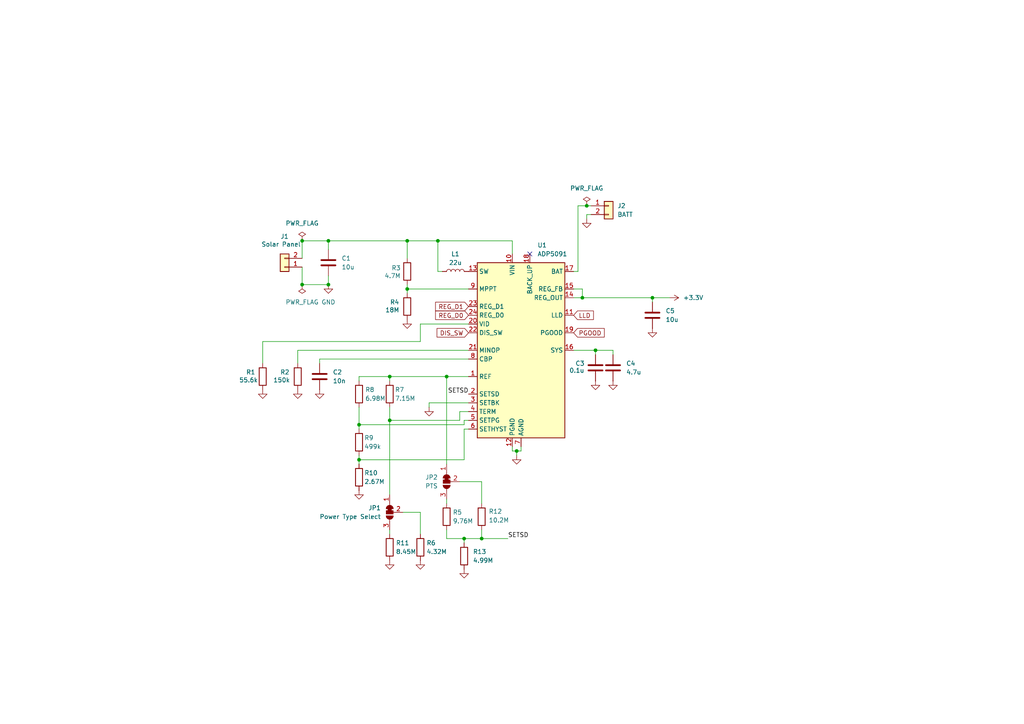
<source format=kicad_sch>
(kicad_sch (version 20231120) (generator "eeschema") (generator_version "8.0")
  (paper "A4")
  (lib_symbols
    (symbol "Battery_Management:ADP5091"
      (property "Reference" "U" (at -10.16 26.67 0))
      (property "Value" "ADP5091" (at 7.62 26.67 0))
      (symbol "ADP5091_0_1"
        (rectangle (start 12.7 25.4) (end -12.7 -25.4) (stroke (width 0.254)) (fill (type background)))
      )
      (symbol "ADP5091_1_1"
        (pin passive line (at -15.24 -7.62 0) (length 2.54) (name "REF") (number "1"))
        (pin power_in line (at -2.54 27.94 270) (length 2.54) (name "VIN") (number "10"))
        (pin output line (at 15.24 10.16 180) (length 2.54) (name "LLD") (number "11"))
        (pin power_in line (at -2.54 -27.94 90) (length 2.54) (name "PGND") (number "12"))
        (pin power_in line (at -15.24 22.86 0) (length 2.54) (name "SW") (number "13"))
        (pin power_out line (at 15.24 15.24 180) (length 2.54) (name "REG_OUT") (number "14"))
        (pin power_out line (at 15.24 17.78 180) (length 2.54) (name "REG_FB") (number "15"))
        (pin power_out line (at 15.24 0 180) (length 2.54) (name "SYS") (number "16"))
        (pin power_out line (at 15.24 22.86 180) (length 2.54) (name "BAT") (number "17"))
        (pin power_in line (at 2.54 27.94 270) (length 2.54) (name "BACK_UP") (number "18"))
        (pin output line (at 15.24 5.08 180) (length 2.54) (name "PGOOD") (number "19"))
        (pin passive line (at -15.24 -12.7 0) (length 2.54) (name "SETSD") (number "2"))
        (pin input line (at -15.24 7.62 0) (length 2.54) (name "VID") (number "20"))
        (pin passive line (at -15.24 0 0) (length 2.54) (name "MINOP") (number "21"))
        (pin input line (at -15.24 5.08 0) (length 2.54) (name "DIS_SW") (number "22"))
        (pin input line (at -15.24 12.7 0) (length 2.54) (name "REG_D1") (number "23"))
        (pin input line (at -15.24 10.16 0) (length 2.54) (name "REG_D0") (number "24"))
        (pin passive line (at 0 -27.94 90) (length 2.54) hide (name "AGND") (number "25"))
        (pin passive line (at -15.24 -15.24 0) (length 2.54) (name "SETBK") (number "3"))
        (pin passive line (at -15.24 -17.78 0) (length 2.54) (name "TERM") (number "4"))
        (pin passive line (at -15.24 -20.32 0) (length 2.54) (name "SETPG") (number "5"))
        (pin passive line (at -15.24 -22.86 0) (length 2.54) (name "SETHYST") (number "6"))
        (pin power_in line (at 0 -27.94 90) (length 2.54) (name "AGND") (number "7"))
        (pin passive line (at -15.24 -2.54 0) (length 2.54) (name "CBP") (number "8"))
        (pin input line (at -15.24 17.78 0) (length 2.54) (name "MPPT") (number "9"))
      )
    )
    (symbol "Connector_Generic:Conn_01x02" (pin_names (offset 1.016) hide)
      (property "Reference" "J" (at 0 2.54 0))
      (property "Value" "Conn_01x02" (at 0 -5.08 0))
      (symbol "Conn_01x02_1_1"
        (rectangle (start -1.27 -2.413) (end 0 -2.667) (stroke (width 0.1524)))
        (rectangle (start -1.27 0.127) (end 0 -0.127) (stroke (width 0.1524)))
        (rectangle (start -1.27 1.27) (end 1.27 -3.81) (stroke (width 0.254)) (fill (type background)))
        (pin passive line (at -5.08 0 0) (length 3.81) (name "Pin_1") (number "1"))
        (pin passive line (at -5.08 -2.54 0) (length 3.81) (name "Pin_2") (number "2"))
      )
    )
    (symbol "Device:C" (pin_numbers hide) (pin_names (offset 0.254))
      (property "Reference" "C" (at 0.635 2.54 0))
      (property "Value" "C" (at 0.635 -2.54 0))
      (symbol "C_0_1"
        (polyline (pts (xy -2.032 -0.762) (xy 2.032 -0.762)) (stroke (width 0.508)))
        (polyline (pts (xy -2.032 0.762) (xy 2.032 0.762)) (stroke (width 0.508)))
      )
      (symbol "C_1_1"
        (pin passive line (at 0 3.81 270) (length 2.794) (name "~") (number "1"))
        (pin passive line (at 0 -3.81 90) (length 2.794) (name "~") (number "2"))
      )
    )
    (symbol "Device:L" (pin_numbers hide) (pin_names (offset 1.016) hide)
      (property "Reference" "L" (at -1.27 0 90))
      (property "Value" "L" (at 1.905 0 90))
      (symbol "L_0_1"
        (arc (start 0 -2.54) (mid 0.6323 -1.905) (end 0 -1.27))
        (arc (start 0 -1.27) (mid 0.6323 -0.635) (end 0 0))
        (arc (start 0 0) (mid 0.6323 0.635) (end 0 1.27))
        (arc (start 0 1.27) (mid 0.6323 1.905) (end 0 2.54))
      )
      (symbol "L_1_1"
        (pin passive line (at 0 3.81 270) (length 1.27) (name "1") (number "1"))
        (pin passive line (at 0 -3.81 90) (length 1.27) (name "2") (number "2"))
      )
    )
    (symbol "Device:R" (pin_numbers hide) (pin_names (offset 0))
      (property "Reference" "R" (at 2.032 0 90))
      (property "Value" "R" (at 0 0 90))
      (symbol "R_0_1"
        (rectangle (start -1.016 -2.54) (end 1.016 2.54) (stroke (width 0.254)))
      )
      (symbol "R_1_1"
        (pin passive line (at 0 3.81 270) (length 1.27) (name "~") (number "1"))
        (pin passive line (at 0 -3.81 90) (length 1.27) (name "~") (number "2"))
      )
    )
    (symbol "Jumper:SolderJumper_3_Bridged12" (pin_names (offset 0) hide) (exclude_from_sim yes) (in_bom no)
      (property "Reference" "JP" (at -2.54 -2.54 0))
      (property "Value" "SolderJumper_3_Bridged12" (at 0 2.794 0))
      (symbol "SolderJumper_3_Bridged12_0_1"
        (rectangle (start -1.016 0.508) (end -0.508 -0.508) (fill (type outline)))
        (arc (start -1.016 1.016) (mid -2.0276 0) (end -1.016 -1.016))
        (arc (start -1.016 1.016) (mid -2.0276 0) (end -1.016 -1.016) (fill (type outline)))
        (rectangle (start -0.508 1.016) (end 0.508 -1.016) (fill (type outline)))
        (polyline (pts (xy -2.54 0) (xy -2.032 0)))
        (polyline (pts (xy -1.016 1.016) (xy -1.016 -1.016)))
        (polyline (pts (xy 0 -1.27) (xy 0 -1.016)))
        (polyline (pts (xy 1.016 1.016) (xy 1.016 -1.016)))
        (polyline (pts (xy 2.54 0) (xy 2.032 0)))
        (arc (start 1.016 -1.016) (mid 2.0276 0) (end 1.016 1.016))
        (arc (start 1.016 -1.016) (mid 2.0276 0) (end 1.016 1.016) (fill (type outline)))
      )
      (symbol "SolderJumper_3_Bridged12_1_1"
        (pin passive line (at -5.08 0 0) (length 2.54) (name "A") (number "1"))
        (pin passive line (at 0 -3.81 90) (length 2.54) (name "C") (number "2"))
        (pin passive line (at 5.08 0 180) (length 2.54) (name "B") (number "3"))
      )
    )
    (symbol "power:+3.3V" (power) (pin_numbers hide) (pin_names (offset 0) hide)
      (property "Value" "+3.3V" (at 0 3.556 0))
      (symbol "+3.3V_0_1"
        (polyline (pts (xy -0.762 1.27) (xy 0 2.54)))
        (polyline (pts (xy 0 0) (xy 0 2.54)))
        (polyline (pts (xy 0 2.54) (xy 0.762 1.27)))
      )
      (symbol "+3.3V_1_1"
        (pin power_in line (at 0 0 90) (length 0) (name "~") (number "1"))
      )
    )
    (symbol "power:GND" (power) (pin_numbers hide) (pin_names (offset 0) hide)
      (property "Value" "GND" (at 0 -3.81 0))
      (symbol "GND_0_1"
        (polyline (pts (xy 0 0) (xy 0 -1.27) (xy 1.27 -1.27) (xy 0 -2.54) (xy -1.27 -1.27) (xy 0 -1.27)))
      )
      (symbol "GND_1_1"
        (pin power_in line (at 0 0 270) (length 0) (name "~") (number "1"))
      )
    )
    (symbol "power:PWR_FLAG" (power) (pin_numbers hide) (pin_names (offset 0) hide)
      (property "Value" "PWR_FLAG" (at 0 3.81 0))
      (symbol "PWR_FLAG_0_0"
        (pin power_out line (at 0 0 90) (length 0) (name "~") (number "1"))
      )
      (symbol "PWR_FLAG_0_1"
        (polyline (pts (xy 0 0) (xy 0 1.27) (xy -1.016 1.905) (xy 0 2.54) (xy 1.016 1.905) (xy 0 1.27)))
      )
    )
  )
  (junction (at 134.62 156.21))
  (junction (at 172.72 101.6))
  (junction (at 113.03 121.92))
  (junction (at 168.91 86.36))
  (junction (at 118.11 69.85))
  (junction (at 104.14 123.19))
  (junction (at 118.11 83.82))
  (junction (at 129.54 109.22))
  (junction (at 104.14 133.35))
  (junction (at 95.25 69.85))
  (junction (at 87.63 82.55))
  (junction (at 87.63 69.85))
  (junction (at 170.18 59.69))
  (junction (at 149.86 130.81))
  (junction (at 139.7 156.21))
  (junction (at 95.25 82.55))
  (junction (at 189.23 86.36))
  (junction (at 127 69.85))
  (junction (at 113.03 109.22))
  (no_connect (at 153.67 73.66))
  (wire (pts (xy 121.92 93.98) (xy 121.92 99.06)))
  (wire (pts (xy 118.11 69.85) (xy 118.11 74.93)))
  (wire (pts (xy 133.35 139.7) (xy 139.7 139.7)))
  (wire (pts (xy 148.59 73.66) (xy 148.59 69.85)))
  (wire (pts (xy 177.8 101.6) (xy 177.8 102.87)))
  (wire (pts (xy 121.92 148.59) (xy 121.92 154.94)))
  (wire (pts (xy 127 69.85) (xy 148.59 69.85)))
  (wire (pts (xy 134.62 124.46) (xy 135.89 124.46)))
  (wire (pts (xy 139.7 156.21) (xy 139.7 153.67)))
  (wire (pts (xy 129.54 109.22) (xy 135.89 109.22)))
  (wire (pts (xy 134.62 156.21) (xy 139.7 156.21)))
  (wire (pts (xy 167.64 78.74) (xy 166.37 78.74)))
  (wire (pts (xy 113.03 109.22) (xy 113.03 110.49)))
  (wire (pts (xy 104.14 118.11) (xy 104.14 123.19)))
  (wire (pts (xy 92.71 104.14) (xy 92.71 105.41)))
  (wire (pts (xy 135.89 93.98) (xy 121.92 93.98)))
  (wire (pts (xy 76.2 99.06) (xy 76.2 105.41)))
  (wire (pts (xy 129.54 109.22) (xy 129.54 134.62)))
  (wire (pts (xy 172.72 101.6) (xy 172.72 102.87)))
  (wire (pts (xy 149.86 130.81) (xy 149.86 132.08)))
  (wire (pts (xy 118.11 69.85) (xy 127 69.85)))
  (wire (pts (xy 139.7 139.7) (xy 139.7 146.05)))
  (wire (pts (xy 76.2 99.06) (xy 121.92 99.06)))
  (wire (pts (xy 87.63 77.47) (xy 87.63 82.55)))
  (wire (pts (xy 168.91 83.82) (xy 168.91 86.36)))
  (wire (pts (xy 148.59 129.54) (xy 148.59 130.81)))
  (wire (pts (xy 124.46 116.84) (xy 135.89 116.84)))
  (wire (pts (xy 95.25 69.85) (xy 95.25 72.39)))
  (wire (pts (xy 134.62 123.19) (xy 104.14 123.19)))
  (wire (pts (xy 149.86 130.81) (xy 151.13 130.81)))
  (wire (pts (xy 86.36 101.6) (xy 135.89 101.6)))
  (wire (pts (xy 116.84 148.59) (xy 121.92 148.59)))
  (wire (pts (xy 128.27 78.74) (xy 127 78.74)))
  (wire (pts (xy 134.62 156.21) (xy 134.62 157.48)))
  (wire (pts (xy 189.23 86.36) (xy 194.31 86.36)))
  (wire (pts (xy 118.11 83.82) (xy 135.89 83.82)))
  (wire (pts (xy 133.35 119.38) (xy 133.35 121.92)))
  (wire (pts (xy 135.89 121.92) (xy 134.62 121.92)))
  (wire (pts (xy 118.11 83.82) (xy 118.11 85.09)))
  (wire (pts (xy 151.13 129.54) (xy 151.13 130.81)))
  (wire (pts (xy 104.14 133.35) (xy 104.14 132.08)))
  (wire (pts (xy 113.03 153.67) (xy 113.03 154.94)))
  (wire (pts (xy 167.64 59.69) (xy 170.18 59.69)))
  (wire (pts (xy 134.62 121.92) (xy 134.62 123.19)))
  (wire (pts (xy 113.03 109.22) (xy 129.54 109.22)))
  (wire (pts (xy 104.14 109.22) (xy 104.14 110.49)))
  (wire (pts (xy 104.14 123.19) (xy 104.14 124.46)))
  (wire (pts (xy 129.54 156.21) (xy 129.54 153.67)))
  (wire (pts (xy 166.37 83.82) (xy 168.91 83.82)))
  (wire (pts (xy 166.37 101.6) (xy 172.72 101.6)))
  (wire (pts (xy 167.64 59.69) (xy 167.64 78.74)))
  (wire (pts (xy 139.7 156.21) (xy 147.32 156.21)))
  (wire (pts (xy 170.18 62.23) (xy 170.18 63.5)))
  (wire (pts (xy 95.25 69.85) (xy 118.11 69.85)))
  (wire (pts (xy 113.03 118.11) (xy 113.03 121.92)))
  (wire (pts (xy 124.46 118.11) (xy 124.46 116.84)))
  (wire (pts (xy 129.54 156.21) (xy 134.62 156.21)))
  (wire (pts (xy 170.18 59.69) (xy 171.45 59.69)))
  (wire (pts (xy 92.71 104.14) (xy 135.89 104.14)))
  (wire (pts (xy 104.14 133.35) (xy 134.62 133.35)))
  (wire (pts (xy 86.36 105.41) (xy 86.36 101.6)))
  (wire (pts (xy 87.63 69.85) (xy 95.25 69.85)))
  (wire (pts (xy 166.37 86.36) (xy 168.91 86.36)))
  (wire (pts (xy 133.35 121.92) (xy 113.03 121.92)))
  (wire (pts (xy 113.03 121.92) (xy 113.03 143.51)))
  (wire (pts (xy 148.59 130.81) (xy 149.86 130.81)))
  (wire (pts (xy 135.89 119.38) (xy 133.35 119.38)))
  (wire (pts (xy 95.25 80.01) (xy 95.25 82.55)))
  (wire (pts (xy 118.11 83.82) (xy 118.11 82.55)))
  (wire (pts (xy 168.91 86.36) (xy 189.23 86.36)))
  (wire (pts (xy 87.63 74.93) (xy 87.63 69.85)))
  (wire (pts (xy 189.23 86.36) (xy 189.23 87.63)))
  (wire (pts (xy 171.45 62.23) (xy 170.18 62.23)))
  (wire (pts (xy 134.62 133.35) (xy 134.62 124.46)))
  (wire (pts (xy 87.63 82.55) (xy 95.25 82.55)))
  (wire (pts (xy 113.03 109.22) (xy 104.14 109.22)))
  (wire (pts (xy 104.14 133.35) (xy 104.14 134.62)))
  (wire (pts (xy 129.54 144.78) (xy 129.54 146.05)))
  (wire (pts (xy 172.72 101.6) (xy 177.8 101.6)))
  (wire (pts (xy 127 78.74) (xy 127 69.85)))
  (label "SETSD" (at 147.32 156.21 0))
  (label "SETSD" (at 135.89 114.3 180))
  (global_label "LLD" (shape input) (at 166.37 91.44 0) (property "Intersheetrefs" "${INTERSHEET_REFS}" (effects (hide yes))))
  (global_label "REG_D0" (shape input) (at 135.89 91.44 180) (property "Intersheetrefs" "${INTERSHEET_REFS}" (effects (hide yes))))
  (global_label "DIS_SW" (shape input) (at 135.89 96.52 180) (property "Intersheetrefs" "${INTERSHEET_REFS}" (effects (hide yes))))
  (global_label "PGOOD" (shape input) (at 166.37 96.52 0) (property "Intersheetrefs" "${INTERSHEET_REFS}" (effects (hide yes))))
  (global_label "REG_D1" (shape input) (at 135.89 88.9 180) (property "Intersheetrefs" "${INTERSHEET_REFS}" (effects (hide yes))))
  (symbol (lib_id "power:GND") (at 92.71 113.03 0) (unit 1)
    (property "Reference" "#PWR04" (effects (hide yes)))
    (property "Value" "GND" (effects (hide yes)))
    (property "Description" "Power symbol creates a global label with name \"GND\" , ground" (effects (hide yes)))
  )
  (symbol (lib_id "power:GND") (at 170.18 63.5 0) (unit 1)
    (property "Reference" "#PWR07" (effects (hide yes)))
    (property "Value" "GND" (effects (hide yes)))
    (property "Description" "Power symbol creates a global label with name \"GND\" , ground" (effects (hide yes)))
  )
  (symbol (lib_id "power:GND") (at 189.23 95.25 0) (unit 1)
    (property "Reference" "#PWR010" (effects (hide yes)))
    (property "Value" "GND" (effects (hide yes)))
    (property "Description" "Power symbol creates a global label with name \"GND\" , ground" (effects (hide yes)))
  )
  (symbol (lib_id "Device:C") (at 172.72 106.68 0) (unit 1)
    (property "Reference" "C3" (at 166.878 105.41 0) (effects (justify left)))
    (property "Value" "0.1u" (at 165.1 107.442 0) (effects (justify left)))
    (property "Description" "Unpolarized capacitor" (effects (hide yes)))
  )
  (symbol (lib_id "power:GND") (at 104.14 142.24 0) (unit 1)
    (property "Reference" "#PWR012" (effects (hide yes)))
    (property "Value" "GND" (effects (hide yes)))
    (property "Description" "Power symbol creates a global label with name \"GND\" , ground" (effects (hide yes)))
  )
  (symbol (lib_id "Jumper:SolderJumper_3_Bridged12") (at 129.54 139.7 90) (mirror x) (unit 1) (exclude_from_sim yes) (in_bom no)
    (property "Reference" "JP2" (at 127 138.4299 90) (effects (justify left)))
    (property "Value" "PTS" (at 127 140.9699 90) (effects (justify left)))
    (property "Description" "3-pole Solder Jumper, pins 1+2 closed/bridged" (effects (hide yes)))
  )
  (symbol (lib_id "Jumper:SolderJumper_3_Bridged12") (at 113.03 148.59 90) (mirror x) (unit 1) (exclude_from_sim yes) (in_bom no)
    (property "Reference" "JP1" (at 110.49 147.3199 90) (effects (justify left)))
    (property "Value" "Power Type Select" (at 110.49 149.8599 90) (effects (justify left)))
    (property "Description" "3-pole Solder Jumper, pins 1+2 closed/bridged" (effects (hide yes)))
  )
  (symbol (lib_id "power:GND") (at 172.72 110.49 0) (unit 1)
    (property "Reference" "#PWR08" (effects (hide yes)))
    (property "Value" "GND" (effects (hide yes)))
    (property "Description" "Power symbol creates a global label with name \"GND\" , ground" (effects (hide yes)))
  )
  (symbol (lib_id "Device:R") (at 86.36 109.22 180) (unit 1)
    (property "Reference" "R2" (at 81.28 107.95 0) (effects (justify right)))
    (property "Value" "150k" (at 79.248 110.236 0) (effects (justify right)))
    (property "Description" "Resistor" (effects (hide yes)))
  )
  (symbol (lib_id "power:GND") (at 134.62 165.1 0) (unit 1)
    (property "Reference" "#PWR015" (effects (hide yes)))
    (property "Value" "GND" (effects (hide yes)))
    (property "Description" "Power symbol creates a global label with name \"GND\" , ground" (effects (hide yes)))
  )
  (symbol (lib_id "power:PWR_FLAG") (at 87.63 82.55 180) (unit 1)
    (property "Reference" "#FLG02" (effects (hide yes)))
    (property "Value" "PWR_FLAG" (at 87.63 87.63 0))
    (property "Description" "Special symbol for telling ERC where power comes from" (effects (hide yes)))
  )
  (symbol (lib_id "Battery_Management:ADP5091") (at 151.13 101.6 0) (unit 1)
    (property "Reference" "U1" (at 155.8641 71.12 0) (effects (justify left)))
    (property "Value" "ADP5091" (at 155.8641 73.66 0) (effects (justify left)))
    (property "Footprint" "Package_CSP:LFCSP-24-1EP_4x4mm_P0.5mm_EP2.3x2.3mm" (effects (hide yes)))
    (property "Datasheet" "https://www.analog.com/media/en/technical-documentation/data-sheets/ADP5091-5092.pdf" (effects (hide yes)))
    (property "Description" "Ultralow Power Energy Harvester PMUs with MPPT and Charge Management, LFCSP-24" (effects (hide yes)))
  )
  (symbol (lib_id "Device:R") (at 118.11 88.9 180) (unit 1)
    (property "Reference" "R4" (at 115.824 87.63 0) (effects (justify left)))
    (property "Value" "18M" (at 115.824 89.916 0) (effects (justify left)))
    (property "Description" "Resistor" (effects (hide yes)))
  )
  (symbol (lib_id "power:GND") (at 177.8 110.49 0) (unit 1)
    (property "Reference" "#PWR09" (effects (hide yes)))
    (property "Value" "GND" (effects (hide yes)))
    (property "Description" "Power symbol creates a global label with name \"GND\" , ground" (effects (hide yes)))
  )
  (symbol (lib_id "power:GND") (at 118.11 92.71 0) (unit 1)
    (property "Reference" "#PWR05" (effects (hide yes)))
    (property "Value" "GND" (effects (hide yes)))
    (property "Description" "Power symbol creates a global label with name \"GND\" , ground" (effects (hide yes)))
  )
  (symbol (lib_id "power:GND") (at 86.36 113.03 0) (unit 1)
    (property "Reference" "#PWR03" (effects (hide yes)))
    (property "Value" "GND" (effects (hide yes)))
    (property "Description" "Power symbol creates a global label with name \"GND\" , ground" (effects (hide yes)))
  )
  (symbol (lib_id "Connector_Generic:Conn_01x02") (at 82.55 77.47 180) (unit 1)
    (property "Reference" "J1" (at 82.55 68.58 0))
    (property "Value" "Solar Panel" (at 81.534 70.866 0))
    (property "Description" "Generic connector, single row, 01x02, script generated (kicad-library-utils/schlib/autogen/connector/)" (effects (hide yes)))
  )
  (symbol (lib_id "Device:R") (at 139.7 149.86 0) (unit 1)
    (property "Reference" "R12" (at 141.732 148.336 0) (effects (justify left)))
    (property "Value" "10.2M" (at 141.732 150.876 0) (effects (justify left)))
    (property "Description" "Resistor" (effects (hide yes)))
  )
  (symbol (lib_id "Device:C") (at 95.25 76.2 0) (unit 1)
    (property "Reference" "C1" (at 99.06 74.9299 0) (effects (justify left)))
    (property "Value" "10u" (at 99.06 77.4699 0) (effects (justify left)))
    (property "Description" "Unpolarized capacitor" (effects (hide yes)))
  )
  (symbol (lib_id "Device:C") (at 177.8 106.68 0) (unit 1)
    (property "Reference" "C4" (at 181.61 105.4099 0) (effects (justify left)))
    (property "Value" "4.7u" (at 181.61 107.9499 0) (effects (justify left)))
    (property "Description" "Unpolarized capacitor" (effects (hide yes)))
  )
  (symbol (lib_id "Device:L") (at 132.08 78.74 90) (unit 1)
    (property "Reference" "L1" (at 132.08 73.66 90))
    (property "Value" "22u" (at 132.08 76.2 90))
    (property "Description" "Inductor" (effects (hide yes)))
  )
  (symbol (lib_id "power:GND") (at 95.25 82.55 0) (unit 1)
    (property "Reference" "#PWR02" (effects (hide yes)))
    (property "Value" "GND" (at 95.25 87.63 0))
    (property "Description" "Power symbol creates a global label with name \"GND\" , ground" (effects (hide yes)))
  )
  (symbol (lib_id "Device:R") (at 118.11 78.74 0) (unit 1)
    (property "Reference" "R3" (at 113.538 77.724 0) (effects (justify left)))
    (property "Value" "4.7M" (at 111.506 80.01 0) (effects (justify left)))
    (property "Description" "Resistor" (effects (hide yes)))
  )
  (symbol (lib_id "power:GND") (at 124.46 118.11 0) (unit 1)
    (property "Reference" "#PWR014" (effects (hide yes)))
    (property "Value" "GND" (effects (hide yes)))
    (property "Description" "Power symbol creates a global label with name \"GND\" , ground" (effects (hide yes)))
  )
  (symbol (lib_id "Device:R") (at 104.14 114.3 0) (unit 1)
    (property "Reference" "R8" (at 105.918 113.03 0) (effects (justify left)))
    (property "Value" "6.98M" (at 105.918 115.57 0) (effects (justify left)))
    (property "Description" "Resistor" (effects (hide yes)))
  )
  (symbol (lib_id "power:GND") (at 76.2 113.03 0) (unit 1)
    (property "Reference" "#PWR01" (effects (hide yes)))
    (property "Value" "GND" (effects (hide yes)))
    (property "Description" "Power symbol creates a global label with name \"GND\" , ground" (effects (hide yes)))
  )
  (symbol (lib_id "Device:R") (at 134.62 161.29 0) (unit 1)
    (property "Reference" "R13" (at 137.16 160.0199 0) (effects (justify left)))
    (property "Value" "4.99M" (at 137.16 162.5599 0) (effects (justify left)))
    (property "Description" "Resistor" (effects (hide yes)))
  )
  (symbol (lib_id "power:GND") (at 113.03 162.56 0) (unit 1)
    (property "Reference" "#PWR013" (effects (hide yes)))
    (property "Value" "GND" (effects (hide yes)))
    (property "Description" "Power symbol creates a global label with name \"GND\" , ground" (effects (hide yes)))
  )
  (symbol (lib_id "Connector_Generic:Conn_01x02") (at 176.53 59.69 0) (unit 1)
    (property "Reference" "J2" (at 179.07 59.6899 0) (effects (justify left)))
    (property "Value" "BATT" (at 179.07 62.2299 0) (effects (justify left)))
    (property "Description" "Generic connector, single row, 01x02, script generated (kicad-library-utils/schlib/autogen/connector/)" (effects (hide yes)))
  )
  (symbol (lib_id "power:GND") (at 121.92 162.56 0) (unit 1)
    (property "Reference" "#PWR016" (effects (hide yes)))
    (property "Value" "GND" (effects (hide yes)))
    (property "Description" "Power symbol creates a global label with name \"GND\" , ground" (effects (hide yes)))
  )
  (symbol (lib_id "Device:R") (at 104.14 138.43 0) (unit 1)
    (property "Reference" "R10" (at 105.664 137.16 0) (effects (justify left)))
    (property "Value" "2.67M" (at 105.664 139.7 0) (effects (justify left)))
    (property "Description" "Resistor" (effects (hide yes)))
  )
  (symbol (lib_id "power:PWR_FLAG") (at 87.63 69.85 0) (unit 1)
    (property "Reference" "#FLG01" (effects (hide yes)))
    (property "Value" "PWR_FLAG" (at 87.63 64.77 0))
    (property "Description" "Special symbol for telling ERC where power comes from" (effects (hide yes)))
  )
  (symbol (lib_id "power:PWR_FLAG") (at 170.18 59.69 0) (unit 1)
    (property "Reference" "#FLG03" (effects (hide yes)))
    (property "Value" "PWR_FLAG" (at 170.18 54.61 0))
    (property "Description" "Special symbol for telling ERC where power comes from" (effects (hide yes)))
  )
  (symbol (lib_id "Device:R") (at 113.03 114.3 0) (unit 1)
    (property "Reference" "R7" (at 114.554 113.03 0) (effects (justify left)))
    (property "Value" "7.15M" (at 114.554 115.57 0) (effects (justify left)))
    (property "Description" "Resistor" (effects (hide yes)))
  )
  (symbol (lib_id "Device:C") (at 189.23 91.44 0) (unit 1)
    (property "Reference" "C5" (at 193.04 90.1699 0) (effects (justify left)))
    (property "Value" "10u" (at 193.04 92.7099 0) (effects (justify left)))
    (property "Description" "Unpolarized capacitor" (effects (hide yes)))
  )
  (symbol (lib_id "Device:R") (at 113.03 158.75 0) (unit 1)
    (property "Reference" "R11" (at 114.808 157.48 0) (effects (justify left)))
    (property "Value" "8.45M" (at 114.808 160.02 0) (effects (justify left)))
    (property "Description" "Resistor" (effects (hide yes)))
  )
  (symbol (lib_id "power:+3.3V") (at 194.31 86.36 270) (unit 1)
    (property "Reference" "#PWR011" (effects (hide yes)))
    (property "Value" "+3.3V" (at 198.12 86.3599 90) (effects (justify left)))
    (property "Description" "Power symbol creates a global label with name \"+3.3V\"" (effects (hide yes)))
  )
  (symbol (lib_id "Device:R") (at 76.2 109.22 0) (unit 1)
    (property "Reference" "R1" (at 71.374 107.95 0) (effects (justify left)))
    (property "Value" "55.6k" (at 69.342 110.236 0) (effects (justify left)))
    (property "Description" "Resistor" (effects (hide yes)))
  )
  (symbol (lib_id "Device:R") (at 129.54 149.86 0) (unit 1)
    (property "Reference" "R5" (at 131.318 148.59 0) (effects (justify left)))
    (property "Value" "9.76M" (at 131.318 151.13 0) (effects (justify left)))
    (property "Description" "Resistor" (effects (hide yes)))
  )
  (symbol (lib_id "Device:R") (at 121.92 158.75 0) (unit 1)
    (property "Reference" "R6" (at 123.698 157.48 0) (effects (justify left)))
    (property "Value" "4.32M" (at 123.698 160.02 0) (effects (justify left)))
    (property "Description" "Resistor" (effects (hide yes)))
  )
  (symbol (lib_id "Device:C") (at 92.71 109.22 0) (unit 1)
    (property "Reference" "C2" (at 96.52 107.9499 0) (effects (justify left)))
    (property "Value" "10n" (at 96.52 110.4899 0) (effects (justify left)))
    (property "Description" "Unpolarized capacitor" (effects (hide yes)))
  )
  (symbol (lib_id "power:GND") (at 149.86 132.08 0) (unit 1)
    (property "Reference" "#PWR06" (effects (hide yes)))
    (property "Value" "GND" (effects (hide yes)))
    (property "Description" "Power symbol creates a global label with name \"GND\" , ground" (effects (hide yes)))
  )
  (symbol (lib_id "Device:R") (at 104.14 128.27 0) (unit 1)
    (property "Reference" "R9" (at 105.664 127 0) (effects (justify left)))
    (property "Value" "499k" (at 105.664 129.54 0) (effects (justify left)))
    (property "Description" "Resistor" (effects (hide yes)))
  )
)
</source>
